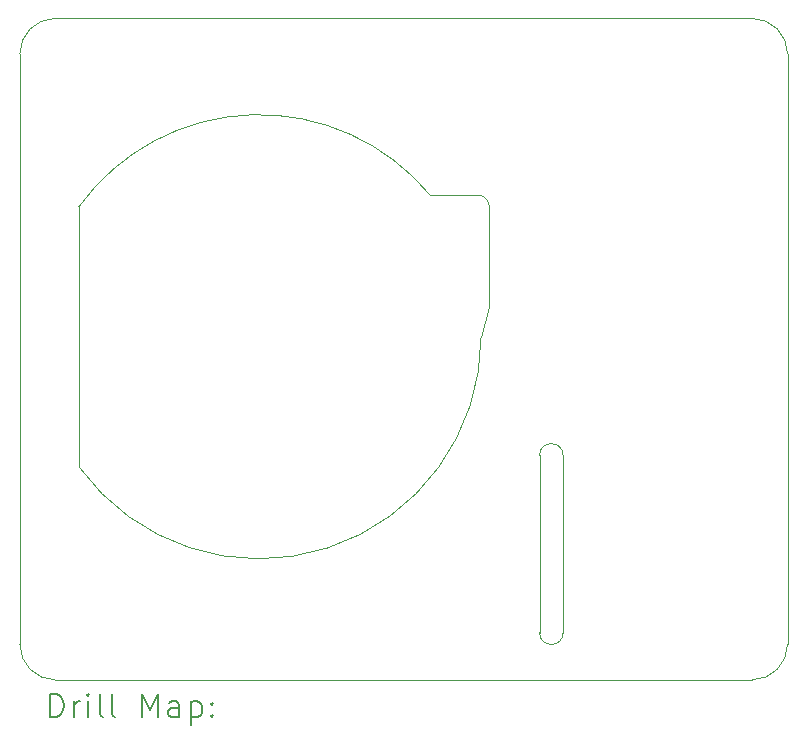
<source format=gbr>
%TF.GenerationSoftware,KiCad,Pcbnew,7.0.10*%
%TF.CreationDate,2024-02-18T13:34:37-06:00*%
%TF.ProjectId,ElectriPi,456c6563-7472-4695-9069-2e6b69636164,rev?*%
%TF.SameCoordinates,PX514cfd0PY32c87d0*%
%TF.FileFunction,Drillmap*%
%TF.FilePolarity,Positive*%
%FSLAX45Y45*%
G04 Gerber Fmt 4.5, Leading zero omitted, Abs format (unit mm)*
G04 Created by KiCad (PCBNEW 7.0.10) date 2024-02-18 13:34:37*
%MOMM*%
%LPD*%
G01*
G04 APERTURE LIST*
%ADD10C,0.100000*%
%ADD11C,0.200000*%
G04 APERTURE END LIST*
D10*
X0Y-1850000D02*
X0Y-5300000D01*
X6500000Y-300000D02*
G75*
G03*
X6200000Y0I-300000J0D01*
G01*
X4400000Y-3700000D02*
X4400000Y-5200000D01*
X0Y-5300000D02*
G75*
G03*
X300000Y-5600000I300000J0D01*
G01*
X300000Y-5600000D02*
X6200000Y-5600000D01*
X6200000Y-5600000D02*
G75*
G03*
X6500000Y-5300000I0J300000D01*
G01*
X4600000Y-3700000D02*
G75*
G03*
X4400000Y-3700000I-100000J0D01*
G01*
X4600000Y-3700000D02*
X4600000Y-5200000D01*
X300000Y0D02*
X6200000Y0D01*
X300000Y0D02*
G75*
G03*
X0Y-300000I0J-300000D01*
G01*
X4400000Y-5200000D02*
G75*
G03*
X4600000Y-5200000I100000J0D01*
G01*
X0Y-300000D02*
X0Y-1850000D01*
X6500000Y-300000D02*
X6500000Y-5300000D01*
X500000Y-1595000D02*
X500000Y-3795000D01*
X3473592Y-1496165D02*
X3875000Y-1495000D01*
X3905326Y-2695000D02*
X3975000Y-2445000D01*
X3975000Y-2445000D02*
X3975000Y-1595000D01*
X3473592Y-1496165D02*
G75*
G03*
X500000Y-1595000I-1448592J-1198835D01*
G01*
X3975000Y-1595000D02*
G75*
G03*
X3875000Y-1495000I-99990J10D01*
G01*
X500000Y-3795000D02*
G75*
G03*
X3905326Y-2695000I1525000J1100000D01*
G01*
D11*
X255777Y-5916484D02*
X255777Y-5716484D01*
X255777Y-5716484D02*
X303396Y-5716484D01*
X303396Y-5716484D02*
X331967Y-5726008D01*
X331967Y-5726008D02*
X351015Y-5745055D01*
X351015Y-5745055D02*
X360539Y-5764103D01*
X360539Y-5764103D02*
X370062Y-5802198D01*
X370062Y-5802198D02*
X370062Y-5830769D01*
X370062Y-5830769D02*
X360539Y-5868865D01*
X360539Y-5868865D02*
X351015Y-5887912D01*
X351015Y-5887912D02*
X331967Y-5906960D01*
X331967Y-5906960D02*
X303396Y-5916484D01*
X303396Y-5916484D02*
X255777Y-5916484D01*
X455777Y-5916484D02*
X455777Y-5783150D01*
X455777Y-5821246D02*
X465301Y-5802198D01*
X465301Y-5802198D02*
X474824Y-5792674D01*
X474824Y-5792674D02*
X493872Y-5783150D01*
X493872Y-5783150D02*
X512920Y-5783150D01*
X579586Y-5916484D02*
X579586Y-5783150D01*
X579586Y-5716484D02*
X570063Y-5726008D01*
X570063Y-5726008D02*
X579586Y-5735531D01*
X579586Y-5735531D02*
X589110Y-5726008D01*
X589110Y-5726008D02*
X579586Y-5716484D01*
X579586Y-5716484D02*
X579586Y-5735531D01*
X703396Y-5916484D02*
X684348Y-5906960D01*
X684348Y-5906960D02*
X674824Y-5887912D01*
X674824Y-5887912D02*
X674824Y-5716484D01*
X808158Y-5916484D02*
X789110Y-5906960D01*
X789110Y-5906960D02*
X779586Y-5887912D01*
X779586Y-5887912D02*
X779586Y-5716484D01*
X1036729Y-5916484D02*
X1036729Y-5716484D01*
X1036729Y-5716484D02*
X1103396Y-5859341D01*
X1103396Y-5859341D02*
X1170063Y-5716484D01*
X1170063Y-5716484D02*
X1170063Y-5916484D01*
X1351015Y-5916484D02*
X1351015Y-5811722D01*
X1351015Y-5811722D02*
X1341491Y-5792674D01*
X1341491Y-5792674D02*
X1322444Y-5783150D01*
X1322444Y-5783150D02*
X1284348Y-5783150D01*
X1284348Y-5783150D02*
X1265301Y-5792674D01*
X1351015Y-5906960D02*
X1331967Y-5916484D01*
X1331967Y-5916484D02*
X1284348Y-5916484D01*
X1284348Y-5916484D02*
X1265301Y-5906960D01*
X1265301Y-5906960D02*
X1255777Y-5887912D01*
X1255777Y-5887912D02*
X1255777Y-5868865D01*
X1255777Y-5868865D02*
X1265301Y-5849817D01*
X1265301Y-5849817D02*
X1284348Y-5840293D01*
X1284348Y-5840293D02*
X1331967Y-5840293D01*
X1331967Y-5840293D02*
X1351015Y-5830769D01*
X1446253Y-5783150D02*
X1446253Y-5983150D01*
X1446253Y-5792674D02*
X1465301Y-5783150D01*
X1465301Y-5783150D02*
X1503396Y-5783150D01*
X1503396Y-5783150D02*
X1522443Y-5792674D01*
X1522443Y-5792674D02*
X1531967Y-5802198D01*
X1531967Y-5802198D02*
X1541491Y-5821246D01*
X1541491Y-5821246D02*
X1541491Y-5878388D01*
X1541491Y-5878388D02*
X1531967Y-5897436D01*
X1531967Y-5897436D02*
X1522443Y-5906960D01*
X1522443Y-5906960D02*
X1503396Y-5916484D01*
X1503396Y-5916484D02*
X1465301Y-5916484D01*
X1465301Y-5916484D02*
X1446253Y-5906960D01*
X1627205Y-5897436D02*
X1636729Y-5906960D01*
X1636729Y-5906960D02*
X1627205Y-5916484D01*
X1627205Y-5916484D02*
X1617682Y-5906960D01*
X1617682Y-5906960D02*
X1627205Y-5897436D01*
X1627205Y-5897436D02*
X1627205Y-5916484D01*
X1627205Y-5792674D02*
X1636729Y-5802198D01*
X1636729Y-5802198D02*
X1627205Y-5811722D01*
X1627205Y-5811722D02*
X1617682Y-5802198D01*
X1617682Y-5802198D02*
X1627205Y-5792674D01*
X1627205Y-5792674D02*
X1627205Y-5811722D01*
M02*

</source>
